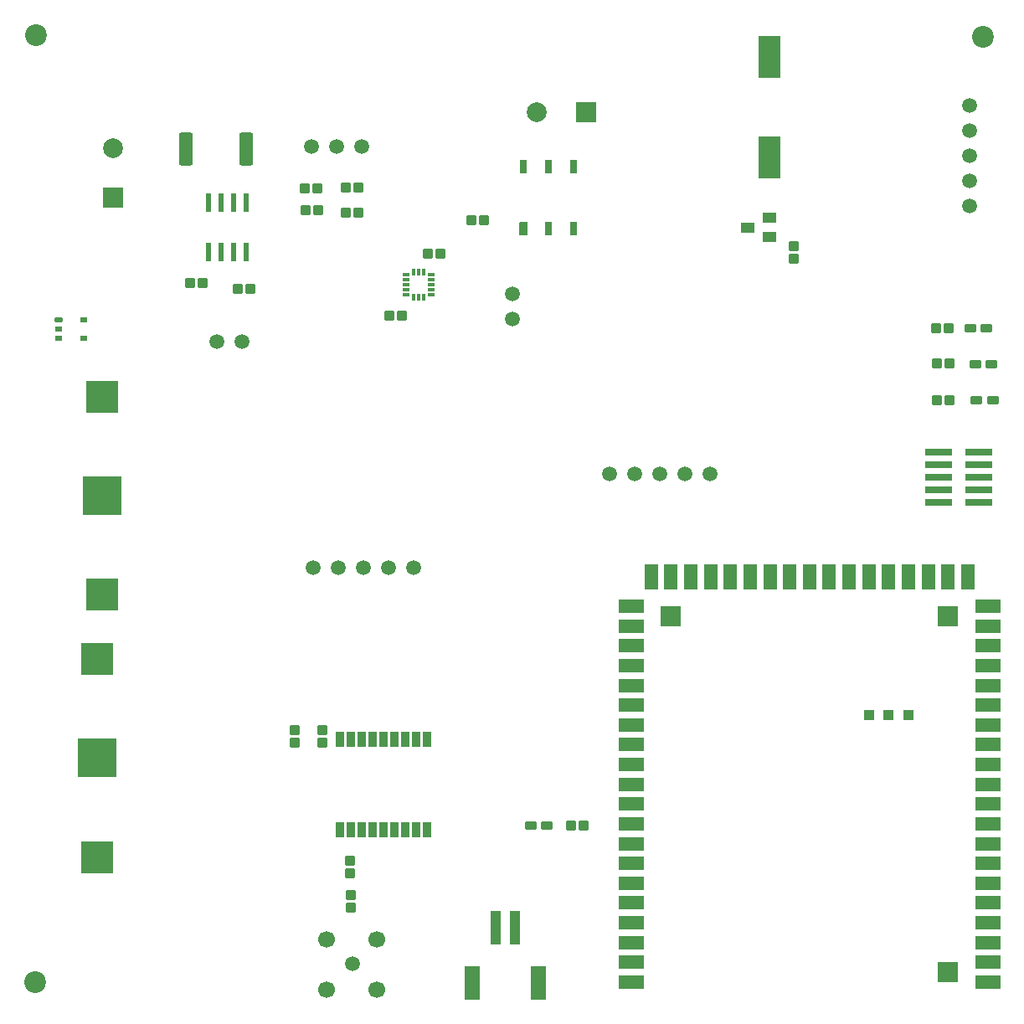
<source format=gbr>
%TF.GenerationSoftware,KiCad,Pcbnew,(5.99.0-10117-g2c3ee0d85f)*%
%TF.CreationDate,2021-04-29T08:13:59+02:00*%
%TF.ProjectId,som asset tracker,736f6d20-6173-4736-9574-20747261636b,rev?*%
%TF.SameCoordinates,Original*%
%TF.FileFunction,Soldermask,Top*%
%TF.FilePolarity,Negative*%
%FSLAX46Y46*%
G04 Gerber Fmt 4.6, Leading zero omitted, Abs format (unit mm)*
G04 Created by KiCad (PCBNEW (5.99.0-10117-g2c3ee0d85f)) date 2021-04-29 08:13:59*
%MOMM*%
%LPD*%
G01*
G04 APERTURE LIST*
G04 Aperture macros list*
%AMRoundRect*
0 Rectangle with rounded corners*
0 $1 Rounding radius*
0 $2 $3 $4 $5 $6 $7 $8 $9 X,Y pos of 4 corners*
0 Add a 4 corners polygon primitive as box body*
4,1,4,$2,$3,$4,$5,$6,$7,$8,$9,$2,$3,0*
0 Add four circle primitives for the rounded corners*
1,1,$1+$1,$2,$3*
1,1,$1+$1,$4,$5*
1,1,$1+$1,$6,$7*
1,1,$1+$1,$8,$9*
0 Add four rect primitives between the rounded corners*
20,1,$1+$1,$2,$3,$4,$5,0*
20,1,$1+$1,$4,$5,$6,$7,0*
20,1,$1+$1,$6,$7,$8,$9,0*
20,1,$1+$1,$8,$9,$2,$3,0*%
%AMOutline5P*
0 Free polygon, 5 corners , with rotation*
0 The origin of the aperture is its center*
0 number of corners: always 8*
0 $1 to $10 corner X, Y*
0 $11 Rotation angle, in degrees counterclockwise*
0 create outline with 8 corners*
4,1,5,$1,$2,$3,$4,$5,$6,$7,$8,$9,$10,$1,$2,$11*%
%AMOutline6P*
0 Free polygon, 6 corners , with rotation*
0 The origin of the aperture is its center*
0 number of corners: always 6*
0 $1 to $12 corner X, Y*
0 $13 Rotation angle, in degrees counterclockwise*
0 create outline with 6 corners*
4,1,6,$1,$2,$3,$4,$5,$6,$7,$8,$9,$10,$11,$12,$1,$2,$13*%
%AMOutline7P*
0 Free polygon, 7 corners , with rotation*
0 The origin of the aperture is its center*
0 number of corners: always 7*
0 $1 to $14 corner X, Y*
0 $15 Rotation angle, in degrees counterclockwise*
0 create outline with 7 corners*
4,1,7,$1,$2,$3,$4,$5,$6,$7,$8,$9,$10,$11,$12,$13,$14,$1,$2,$15*%
%AMOutline8P*
0 Free polygon, 8 corners , with rotation*
0 The origin of the aperture is its center*
0 number of corners: always 8*
0 $1 to $16 corner X, Y*
0 $17 Rotation angle, in degrees counterclockwise*
0 create outline with 8 corners*
4,1,8,$1,$2,$3,$4,$5,$6,$7,$8,$9,$10,$11,$12,$13,$14,$15,$16,$1,$2,$17*%
G04 Aperture macros list end*
%ADD10RoundRect,0.212500X0.400000X0.212500X-0.400000X0.212500X-0.400000X-0.212500X0.400000X-0.212500X0*%
%ADD11R,2.310000X4.220000*%
%ADD12RoundRect,0.249999X-0.450001X-1.425001X0.450001X-1.425001X0.450001X1.425001X-0.450001X1.425001X0*%
%ADD13RoundRect,0.250000X0.300000X-0.250000X0.300000X0.250000X-0.300000X0.250000X-0.300000X-0.250000X0*%
%ADD14R,2.000000X2.000000*%
%ADD15C,2.000000*%
%ADD16R,2.790000X0.740000*%
%ADD17RoundRect,0.250000X0.250000X0.300000X-0.250000X0.300000X-0.250000X-0.300000X0.250000X-0.300000X0*%
%ADD18RoundRect,0.250000X-0.250000X-0.300000X0.250000X-0.300000X0.250000X0.300000X-0.250000X0.300000X0*%
%ADD19C,1.500000*%
%ADD20RoundRect,0.250000X-0.300000X0.250000X-0.300000X-0.250000X0.300000X-0.250000X0.300000X0.250000X0*%
%ADD21R,1.399540X0.998220*%
%ADD22C,2.200000*%
%ADD23C,1.700000*%
%ADD24R,3.180000X3.180000*%
%ADD25R,3.960000X3.960000*%
%ADD26RoundRect,0.212500X-0.400000X-0.212500X0.400000X-0.212500X0.400000X0.212500X-0.400000X0.212500X0*%
%ADD27RoundRect,0.137500X0.262500X-0.137500X0.262500X0.137500X-0.262500X0.137500X-0.262500X-0.137500X0*%
%ADD28R,0.800000X0.550000*%
%ADD29Outline5P,0.400000X0.700000X0.400000X-0.700000X-0.400000X-0.700000X-0.400000X0.540000X-0.240000X0.700000X0.000000*%
%ADD30R,0.800000X1.400000*%
%ADD31R,0.600000X1.970000*%
%ADD32R,0.900000X1.600000*%
%ADD33R,2.500000X1.400000*%
%ADD34R,1.400000X2.500000*%
%ADD35R,1.000000X1.000000*%
%ADD36R,1.000000X3.500000*%
%ADD37R,1.500000X3.400000*%
%ADD38R,0.800000X0.300000*%
%ADD39R,0.300000X0.800000*%
G04 APERTURE END LIST*
D10*
%TO.C,D2*%
X196412500Y-71650000D03*
X194787500Y-71650000D03*
%TD*%
D11*
%TO.C,PZ1*%
X174450000Y-54345000D03*
X174450000Y-44255000D03*
%TD*%
D12*
%TO.C,R7*%
X115500000Y-53500000D03*
X121600000Y-53500000D03*
%TD*%
D13*
%TO.C,R3*%
X191400000Y-75200000D03*
X192670000Y-75200000D03*
%TD*%
%TO.C,R1*%
X191420000Y-78890000D03*
X192690000Y-78890000D03*
%TD*%
D14*
%TO.C,J2*%
X155905000Y-49805000D03*
D15*
X150905000Y-49805000D03*
%TD*%
D16*
%TO.C,CON1*%
X195645000Y-89230000D03*
X191575000Y-89230000D03*
X195645000Y-87960000D03*
X191575000Y-87960000D03*
X195645000Y-86690000D03*
X191575000Y-86690000D03*
X195645000Y-85420000D03*
X191575000Y-85420000D03*
X195645000Y-84150000D03*
X191575000Y-84150000D03*
%TD*%
D13*
%TO.C,C12*%
X139950000Y-64150000D03*
X141220000Y-64150000D03*
%TD*%
D17*
%TO.C,C8*%
X129290000Y-113520000D03*
X129290000Y-112250000D03*
%TD*%
D18*
%TO.C,L1*%
X132085000Y-125500000D03*
X132085000Y-126770000D03*
%TD*%
D19*
%TO.C,J7*%
X118600000Y-73000000D03*
X121140000Y-73000000D03*
%TD*%
D13*
%TO.C,R12*%
X115865000Y-67105000D03*
X117135000Y-67105000D03*
%TD*%
D20*
%TO.C,C4*%
X132885000Y-57395000D03*
X131615000Y-57395000D03*
%TD*%
D21*
%TO.C,Q1*%
X174455820Y-62399960D03*
X174455820Y-60500040D03*
X172256180Y-61450000D03*
%TD*%
D19*
%TO.C,J4*%
X128340000Y-95840000D03*
X130880000Y-95840000D03*
X133420000Y-95840000D03*
X135960000Y-95840000D03*
X138500000Y-95840000D03*
%TD*%
D22*
%TO.C,REF\u002A\u002A*%
X100310000Y-41980000D03*
%TD*%
D14*
%TO.C,J1*%
X108145000Y-58455000D03*
D15*
X108145000Y-53455000D03*
%TD*%
D19*
%TO.C,AE1*%
X132300000Y-135950000D03*
D23*
X129700000Y-138550000D03*
X129700000Y-133450000D03*
X134800000Y-138550000D03*
X134800000Y-133450000D03*
%TD*%
D20*
%TO.C,R11*%
X121985000Y-67695000D03*
X120715000Y-67695000D03*
%TD*%
D24*
%TO.C,BT1*%
X107000000Y-98590000D03*
X107000000Y-78550000D03*
D25*
X107000000Y-88570000D03*
%TD*%
D26*
%TO.C,D4*%
X150345000Y-121930000D03*
X151970000Y-121930000D03*
%TD*%
D13*
%TO.C,C1*%
X127530000Y-57520000D03*
X128800000Y-57520000D03*
%TD*%
D19*
%TO.C,U2*%
X128160000Y-53290000D03*
X130700000Y-53290000D03*
X133240000Y-53290000D03*
%TD*%
D27*
%TO.C,U6*%
X102580000Y-70805000D03*
D28*
X102580000Y-71755000D03*
X102580000Y-72705000D03*
X105180000Y-72705000D03*
X105180000Y-70805000D03*
%TD*%
D29*
%TO.C,U5*%
X149590000Y-61600000D03*
D30*
X152130000Y-61600000D03*
X154670000Y-61600000D03*
X154670000Y-55300000D03*
X152130000Y-55300000D03*
X149590000Y-55300000D03*
%TD*%
D13*
%TO.C,C2*%
X127550000Y-59750000D03*
X128820000Y-59750000D03*
%TD*%
D10*
%TO.C,D1*%
X197047500Y-78905000D03*
X195422500Y-78905000D03*
%TD*%
D19*
%TO.C,J6*%
X148450000Y-68200000D03*
X148450000Y-70740000D03*
%TD*%
D13*
%TO.C,C11*%
X136050000Y-70400000D03*
X137320000Y-70400000D03*
%TD*%
D10*
%TO.C,D3*%
X196950000Y-75250000D03*
X195325000Y-75250000D03*
%TD*%
D19*
%TO.C,J3*%
X194740000Y-59260000D03*
X194740000Y-56720000D03*
X194740000Y-54180000D03*
X194740000Y-51640000D03*
X194740000Y-49100000D03*
%TD*%
D24*
%TO.C,BT3*%
X106470000Y-125130000D03*
X106470000Y-105090000D03*
D25*
X106470000Y-115110000D03*
%TD*%
D20*
%TO.C,C3*%
X132900000Y-59950000D03*
X131630000Y-59950000D03*
%TD*%
D31*
%TO.C,U1*%
X121605000Y-58980000D03*
X120335000Y-58980000D03*
X119065000Y-58980000D03*
X117795000Y-58980000D03*
X117795000Y-63920000D03*
X119065000Y-63920000D03*
X120335000Y-63920000D03*
X121605000Y-63920000D03*
%TD*%
D32*
%TO.C,mod2*%
X139840000Y-113180000D03*
X138740000Y-113180000D03*
X137640000Y-113180000D03*
X136540000Y-113180000D03*
X135440000Y-113180000D03*
X134340000Y-113180000D03*
X133240000Y-113180000D03*
X132140000Y-113180000D03*
X131040000Y-113180000D03*
X131040000Y-122380000D03*
X132140000Y-122380000D03*
X133240000Y-122380000D03*
X134340000Y-122380000D03*
X135440000Y-122380000D03*
X136540000Y-122380000D03*
X137640000Y-122380000D03*
X138740000Y-122380000D03*
X139840000Y-122380000D03*
%TD*%
D20*
%TO.C,R4*%
X155710000Y-121920000D03*
X154440000Y-121920000D03*
%TD*%
D13*
%TO.C,R10*%
X144300000Y-60750000D03*
X145570000Y-60750000D03*
%TD*%
D18*
%TO.C,R9*%
X176906000Y-63350000D03*
X176906000Y-64620000D03*
%TD*%
%TO.C,C10*%
X132115000Y-128980000D03*
X132115000Y-130250000D03*
%TD*%
D19*
%TO.C,J5*%
X158300000Y-86350000D03*
X160840000Y-86350000D03*
X163380000Y-86350000D03*
X165920000Y-86350000D03*
X168460000Y-86350000D03*
%TD*%
D13*
%TO.C,R2*%
X191350000Y-71650000D03*
X192620000Y-71650000D03*
%TD*%
D17*
%TO.C,C7*%
X126510000Y-113550000D03*
X126510000Y-112280000D03*
%TD*%
D33*
%TO.C,mod1*%
X160522000Y-137765000D03*
X160522000Y-135765000D03*
X160522000Y-133765000D03*
X160522000Y-131765000D03*
X160522000Y-129765000D03*
X160522000Y-127765000D03*
X160522000Y-125765000D03*
X160522000Y-123765000D03*
X160522000Y-121765000D03*
X160522000Y-119765000D03*
X160522000Y-117765000D03*
X160522000Y-115765000D03*
X160522000Y-113765000D03*
X160522000Y-111765000D03*
X160522000Y-109765000D03*
X160522000Y-107765000D03*
X160522000Y-105765000D03*
X160522000Y-103765000D03*
X160522000Y-101765000D03*
X160522000Y-99765000D03*
D34*
X162530000Y-96757000D03*
X164530000Y-96757000D03*
X166530000Y-96757000D03*
X168530000Y-96757000D03*
X170530000Y-96757000D03*
X172530000Y-96757000D03*
X174530000Y-96757000D03*
X176530000Y-96757000D03*
X178530000Y-96757000D03*
X180530000Y-96757000D03*
X182530000Y-96757000D03*
X184530000Y-96757000D03*
X186530000Y-96757000D03*
X188530000Y-96757000D03*
X190530000Y-96757000D03*
X192530000Y-96757000D03*
X194530000Y-96757000D03*
D33*
X196538000Y-99765000D03*
X196538000Y-101765000D03*
X196538000Y-103765000D03*
X196538000Y-105765000D03*
X196538000Y-107765000D03*
X196538000Y-109765000D03*
X196538000Y-111765000D03*
X196538000Y-113765000D03*
X196538000Y-115765000D03*
X196538000Y-117765000D03*
X196538000Y-119765000D03*
X196538000Y-121765000D03*
X196538000Y-123765000D03*
X196538000Y-125765000D03*
X196538000Y-127765000D03*
X196538000Y-129765000D03*
X196538000Y-131765000D03*
X196538000Y-133765000D03*
X196538000Y-135765000D03*
X196538000Y-137765000D03*
D14*
X192530000Y-136765000D03*
X192530000Y-100765000D03*
X164530000Y-100765000D03*
D35*
X184530000Y-110765000D03*
X186530000Y-110765000D03*
X188530000Y-110765000D03*
%TD*%
D36*
%TO.C,BT2*%
X146770000Y-132290000D03*
X148770000Y-132290000D03*
D37*
X144420000Y-137840000D03*
X151120000Y-137840000D03*
%TD*%
D22*
%TO.C,REF\u002A\u002A*%
X196100000Y-42180000D03*
%TD*%
D38*
%TO.C,U7*%
X137708250Y-66269750D03*
X137708250Y-66769750D03*
X137708250Y-67269750D03*
X137708250Y-67769750D03*
X137708250Y-68269750D03*
D39*
X138483250Y-68544750D03*
X138983250Y-68544750D03*
X139483250Y-68544750D03*
D38*
X140258250Y-68269750D03*
X140258250Y-67769750D03*
X140258250Y-67269750D03*
X140258250Y-66769750D03*
X140258250Y-66269750D03*
D39*
X139483250Y-65994750D03*
X138983250Y-65994750D03*
X138483250Y-65994750D03*
%TD*%
D22*
%TO.C,REF\u002A\u002A*%
X100240000Y-137780000D03*
%TD*%
M02*

</source>
